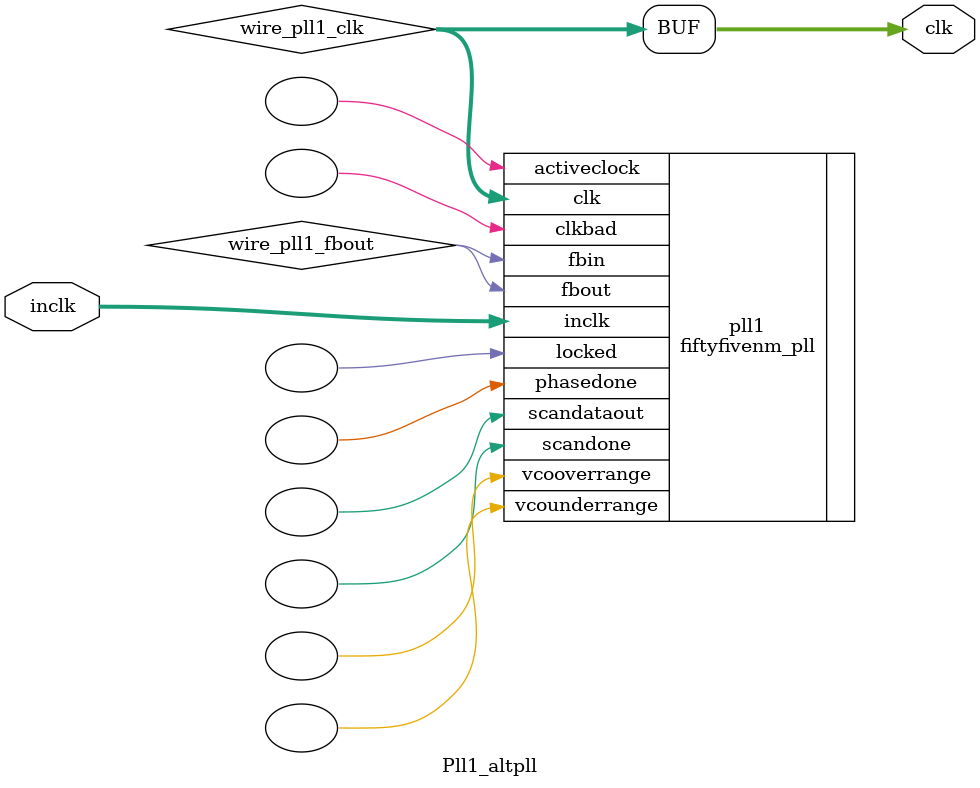
<source format=v>






//synthesis_resources = fiftyfivenm_pll 1 
//synopsys translate_off
`timescale 1 ps / 1 ps
//synopsys translate_on
module  Pll1_altpll
	( 
	clk,
	inclk) /* synthesis synthesis_clearbox=1 */;
	output   [4:0]  clk;
	input   [1:0]  inclk;
`ifndef ALTERA_RESERVED_QIS
// synopsys translate_off
`endif
	tri0   [1:0]  inclk;
`ifndef ALTERA_RESERVED_QIS
// synopsys translate_on
`endif

	wire  [4:0]   wire_pll1_clk;
	wire  wire_pll1_fbout;

	fiftyfivenm_pll   pll1
	( 
	.activeclock(),
	.clk(wire_pll1_clk),
	.clkbad(),
	.fbin(wire_pll1_fbout),
	.fbout(wire_pll1_fbout),
	.inclk(inclk),
	.locked(),
	.phasedone(),
	.scandataout(),
	.scandone(),
	.vcooverrange(),
	.vcounderrange()
	`ifndef FORMAL_VERIFICATION
	// synopsys translate_off
	`endif
	,
	.areset(1'b0),
	.clkswitch(1'b0),
	.configupdate(1'b0),
	.pfdena(1'b1),
	.phasecounterselect({3{1'b0}}),
	.phasestep(1'b0),
	.phaseupdown(1'b0),
	.scanclk(1'b0),
	.scanclkena(1'b1),
	.scandata(1'b0)
	`ifndef FORMAL_VERIFICATION
	// synopsys translate_on
	`endif
	);
	defparam
		pll1.bandwidth_type = "auto",
		pll1.clk0_divide_by = 25,
		pll1.clk0_duty_cycle = 50,
		pll1.clk0_multiply_by = 25,
		pll1.clk0_phase_shift = "0",
		pll1.compensate_clock = "clk0",
		pll1.inclk0_input_frequency = 20000,
		pll1.operation_mode = "normal",
		pll1.pll_type = "auto",
		pll1.lpm_type = "fiftyfivenm_pll";
	assign
		clk = {wire_pll1_clk[4:0]};
endmodule //Pll1_altpll
//VALID FILE

</source>
